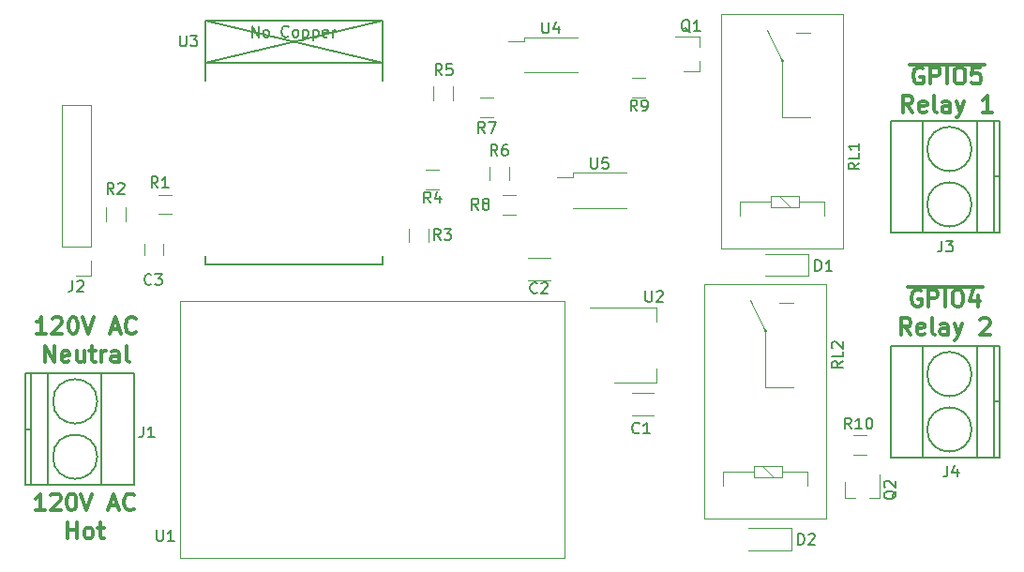
<source format=gto>
G04 #@! TF.FileFunction,Legend,Top*
%FSLAX46Y46*%
G04 Gerber Fmt 4.6, Leading zero omitted, Abs format (unit mm)*
G04 Created by KiCad (PCBNEW 4.0.6) date 04/16/17 19:40:35*
%MOMM*%
%LPD*%
G01*
G04 APERTURE LIST*
%ADD10C,0.100000*%
%ADD11C,0.300000*%
%ADD12C,0.120000*%
%ADD13C,0.152400*%
%ADD14C,0.150000*%
G04 APERTURE END LIST*
D10*
D11*
X141371914Y-102267400D02*
X141229057Y-102195971D01*
X141014771Y-102195971D01*
X140800486Y-102267400D01*
X140657628Y-102410257D01*
X140586200Y-102553114D01*
X140514771Y-102838829D01*
X140514771Y-103053114D01*
X140586200Y-103338829D01*
X140657628Y-103481686D01*
X140800486Y-103624543D01*
X141014771Y-103695971D01*
X141157628Y-103695971D01*
X141371914Y-103624543D01*
X141443343Y-103553114D01*
X141443343Y-103053114D01*
X141157628Y-103053114D01*
X142086200Y-103695971D02*
X142086200Y-102195971D01*
X142657628Y-102195971D01*
X142800486Y-102267400D01*
X142871914Y-102338829D01*
X142943343Y-102481686D01*
X142943343Y-102695971D01*
X142871914Y-102838829D01*
X142800486Y-102910257D01*
X142657628Y-102981686D01*
X142086200Y-102981686D01*
X143586200Y-103695971D02*
X143586200Y-102195971D01*
X144586200Y-102195971D02*
X144871914Y-102195971D01*
X145014772Y-102267400D01*
X145157629Y-102410257D01*
X145229057Y-102695971D01*
X145229057Y-103195971D01*
X145157629Y-103481686D01*
X145014772Y-103624543D01*
X144871914Y-103695971D01*
X144586200Y-103695971D01*
X144443343Y-103624543D01*
X144300486Y-103481686D01*
X144229057Y-103195971D01*
X144229057Y-102695971D01*
X144300486Y-102410257D01*
X144443343Y-102267400D01*
X144586200Y-102195971D01*
X146514772Y-102695971D02*
X146514772Y-103695971D01*
X146157629Y-102124543D02*
X145800486Y-103195971D01*
X146729058Y-103195971D01*
X140229057Y-101937400D02*
X146943343Y-101937400D01*
X140479058Y-106245971D02*
X139979058Y-105531686D01*
X139621915Y-106245971D02*
X139621915Y-104745971D01*
X140193343Y-104745971D01*
X140336201Y-104817400D01*
X140407629Y-104888829D01*
X140479058Y-105031686D01*
X140479058Y-105245971D01*
X140407629Y-105388829D01*
X140336201Y-105460257D01*
X140193343Y-105531686D01*
X139621915Y-105531686D01*
X141693343Y-106174543D02*
X141550486Y-106245971D01*
X141264772Y-106245971D01*
X141121915Y-106174543D01*
X141050486Y-106031686D01*
X141050486Y-105460257D01*
X141121915Y-105317400D01*
X141264772Y-105245971D01*
X141550486Y-105245971D01*
X141693343Y-105317400D01*
X141764772Y-105460257D01*
X141764772Y-105603114D01*
X141050486Y-105745971D01*
X142621915Y-106245971D02*
X142479057Y-106174543D01*
X142407629Y-106031686D01*
X142407629Y-104745971D01*
X143836200Y-106245971D02*
X143836200Y-105460257D01*
X143764771Y-105317400D01*
X143621914Y-105245971D01*
X143336200Y-105245971D01*
X143193343Y-105317400D01*
X143836200Y-106174543D02*
X143693343Y-106245971D01*
X143336200Y-106245971D01*
X143193343Y-106174543D01*
X143121914Y-106031686D01*
X143121914Y-105888829D01*
X143193343Y-105745971D01*
X143336200Y-105674543D01*
X143693343Y-105674543D01*
X143836200Y-105603114D01*
X144407629Y-105245971D02*
X144764772Y-106245971D01*
X145121914Y-105245971D02*
X144764772Y-106245971D01*
X144621914Y-106603114D01*
X144550486Y-106674543D01*
X144407629Y-106745971D01*
X146764771Y-104888829D02*
X146836200Y-104817400D01*
X146979057Y-104745971D01*
X147336200Y-104745971D01*
X147479057Y-104817400D01*
X147550486Y-104888829D01*
X147621914Y-105031686D01*
X147621914Y-105174543D01*
X147550486Y-105388829D01*
X146693343Y-106245971D01*
X147621914Y-106245971D01*
X141549714Y-82176000D02*
X141406857Y-82104571D01*
X141192571Y-82104571D01*
X140978286Y-82176000D01*
X140835428Y-82318857D01*
X140764000Y-82461714D01*
X140692571Y-82747429D01*
X140692571Y-82961714D01*
X140764000Y-83247429D01*
X140835428Y-83390286D01*
X140978286Y-83533143D01*
X141192571Y-83604571D01*
X141335428Y-83604571D01*
X141549714Y-83533143D01*
X141621143Y-83461714D01*
X141621143Y-82961714D01*
X141335428Y-82961714D01*
X142264000Y-83604571D02*
X142264000Y-82104571D01*
X142835428Y-82104571D01*
X142978286Y-82176000D01*
X143049714Y-82247429D01*
X143121143Y-82390286D01*
X143121143Y-82604571D01*
X143049714Y-82747429D01*
X142978286Y-82818857D01*
X142835428Y-82890286D01*
X142264000Y-82890286D01*
X143764000Y-83604571D02*
X143764000Y-82104571D01*
X144764000Y-82104571D02*
X145049714Y-82104571D01*
X145192572Y-82176000D01*
X145335429Y-82318857D01*
X145406857Y-82604571D01*
X145406857Y-83104571D01*
X145335429Y-83390286D01*
X145192572Y-83533143D01*
X145049714Y-83604571D01*
X144764000Y-83604571D01*
X144621143Y-83533143D01*
X144478286Y-83390286D01*
X144406857Y-83104571D01*
X144406857Y-82604571D01*
X144478286Y-82318857D01*
X144621143Y-82176000D01*
X144764000Y-82104571D01*
X146764001Y-82104571D02*
X146049715Y-82104571D01*
X145978286Y-82818857D01*
X146049715Y-82747429D01*
X146192572Y-82676000D01*
X146549715Y-82676000D01*
X146692572Y-82747429D01*
X146764001Y-82818857D01*
X146835429Y-82961714D01*
X146835429Y-83318857D01*
X146764001Y-83461714D01*
X146692572Y-83533143D01*
X146549715Y-83604571D01*
X146192572Y-83604571D01*
X146049715Y-83533143D01*
X145978286Y-83461714D01*
X140406857Y-81846000D02*
X147121143Y-81846000D01*
X140656858Y-86154571D02*
X140156858Y-85440286D01*
X139799715Y-86154571D02*
X139799715Y-84654571D01*
X140371143Y-84654571D01*
X140514001Y-84726000D01*
X140585429Y-84797429D01*
X140656858Y-84940286D01*
X140656858Y-85154571D01*
X140585429Y-85297429D01*
X140514001Y-85368857D01*
X140371143Y-85440286D01*
X139799715Y-85440286D01*
X141871143Y-86083143D02*
X141728286Y-86154571D01*
X141442572Y-86154571D01*
X141299715Y-86083143D01*
X141228286Y-85940286D01*
X141228286Y-85368857D01*
X141299715Y-85226000D01*
X141442572Y-85154571D01*
X141728286Y-85154571D01*
X141871143Y-85226000D01*
X141942572Y-85368857D01*
X141942572Y-85511714D01*
X141228286Y-85654571D01*
X142799715Y-86154571D02*
X142656857Y-86083143D01*
X142585429Y-85940286D01*
X142585429Y-84654571D01*
X144014000Y-86154571D02*
X144014000Y-85368857D01*
X143942571Y-85226000D01*
X143799714Y-85154571D01*
X143514000Y-85154571D01*
X143371143Y-85226000D01*
X144014000Y-86083143D02*
X143871143Y-86154571D01*
X143514000Y-86154571D01*
X143371143Y-86083143D01*
X143299714Y-85940286D01*
X143299714Y-85797429D01*
X143371143Y-85654571D01*
X143514000Y-85583143D01*
X143871143Y-85583143D01*
X144014000Y-85511714D01*
X144585429Y-85154571D02*
X144942572Y-86154571D01*
X145299714Y-85154571D02*
X144942572Y-86154571D01*
X144799714Y-86511714D01*
X144728286Y-86583143D01*
X144585429Y-86654571D01*
X147799714Y-86154571D02*
X146942571Y-86154571D01*
X147371143Y-86154571D02*
X147371143Y-84654571D01*
X147228286Y-84868857D01*
X147085428Y-85011714D01*
X146942571Y-85083143D01*
X62280458Y-122110971D02*
X61423315Y-122110971D01*
X61851887Y-122110971D02*
X61851887Y-120610971D01*
X61709030Y-120825257D01*
X61566172Y-120968114D01*
X61423315Y-121039543D01*
X62851886Y-120753829D02*
X62923315Y-120682400D01*
X63066172Y-120610971D01*
X63423315Y-120610971D01*
X63566172Y-120682400D01*
X63637601Y-120753829D01*
X63709029Y-120896686D01*
X63709029Y-121039543D01*
X63637601Y-121253829D01*
X62780458Y-122110971D01*
X63709029Y-122110971D01*
X64637600Y-120610971D02*
X64780457Y-120610971D01*
X64923314Y-120682400D01*
X64994743Y-120753829D01*
X65066172Y-120896686D01*
X65137600Y-121182400D01*
X65137600Y-121539543D01*
X65066172Y-121825257D01*
X64994743Y-121968114D01*
X64923314Y-122039543D01*
X64780457Y-122110971D01*
X64637600Y-122110971D01*
X64494743Y-122039543D01*
X64423314Y-121968114D01*
X64351886Y-121825257D01*
X64280457Y-121539543D01*
X64280457Y-121182400D01*
X64351886Y-120896686D01*
X64423314Y-120753829D01*
X64494743Y-120682400D01*
X64637600Y-120610971D01*
X65566171Y-120610971D02*
X66066171Y-122110971D01*
X66566171Y-120610971D01*
X68137599Y-121682400D02*
X68851885Y-121682400D01*
X67994742Y-122110971D02*
X68494742Y-120610971D01*
X68994742Y-122110971D01*
X70351885Y-121968114D02*
X70280456Y-122039543D01*
X70066170Y-122110971D01*
X69923313Y-122110971D01*
X69709028Y-122039543D01*
X69566170Y-121896686D01*
X69494742Y-121753829D01*
X69423313Y-121468114D01*
X69423313Y-121253829D01*
X69494742Y-120968114D01*
X69566170Y-120825257D01*
X69709028Y-120682400D01*
X69923313Y-120610971D01*
X70066170Y-120610971D01*
X70280456Y-120682400D01*
X70351885Y-120753829D01*
X64351886Y-124660971D02*
X64351886Y-123160971D01*
X64351886Y-123875257D02*
X65209029Y-123875257D01*
X65209029Y-124660971D02*
X65209029Y-123160971D01*
X66137601Y-124660971D02*
X65994743Y-124589543D01*
X65923315Y-124518114D01*
X65851886Y-124375257D01*
X65851886Y-123946686D01*
X65923315Y-123803829D01*
X65994743Y-123732400D01*
X66137601Y-123660971D01*
X66351886Y-123660971D01*
X66494743Y-123732400D01*
X66566172Y-123803829D01*
X66637601Y-123946686D01*
X66637601Y-124375257D01*
X66566172Y-124518114D01*
X66494743Y-124589543D01*
X66351886Y-124660971D01*
X66137601Y-124660971D01*
X67066172Y-123660971D02*
X67637601Y-123660971D01*
X67280458Y-123160971D02*
X67280458Y-124446686D01*
X67351886Y-124589543D01*
X67494744Y-124660971D01*
X67637601Y-124660971D01*
X62432858Y-106185171D02*
X61575715Y-106185171D01*
X62004287Y-106185171D02*
X62004287Y-104685171D01*
X61861430Y-104899457D01*
X61718572Y-105042314D01*
X61575715Y-105113743D01*
X63004286Y-104828029D02*
X63075715Y-104756600D01*
X63218572Y-104685171D01*
X63575715Y-104685171D01*
X63718572Y-104756600D01*
X63790001Y-104828029D01*
X63861429Y-104970886D01*
X63861429Y-105113743D01*
X63790001Y-105328029D01*
X62932858Y-106185171D01*
X63861429Y-106185171D01*
X64790000Y-104685171D02*
X64932857Y-104685171D01*
X65075714Y-104756600D01*
X65147143Y-104828029D01*
X65218572Y-104970886D01*
X65290000Y-105256600D01*
X65290000Y-105613743D01*
X65218572Y-105899457D01*
X65147143Y-106042314D01*
X65075714Y-106113743D01*
X64932857Y-106185171D01*
X64790000Y-106185171D01*
X64647143Y-106113743D01*
X64575714Y-106042314D01*
X64504286Y-105899457D01*
X64432857Y-105613743D01*
X64432857Y-105256600D01*
X64504286Y-104970886D01*
X64575714Y-104828029D01*
X64647143Y-104756600D01*
X64790000Y-104685171D01*
X65718571Y-104685171D02*
X66218571Y-106185171D01*
X66718571Y-104685171D01*
X68289999Y-105756600D02*
X69004285Y-105756600D01*
X68147142Y-106185171D02*
X68647142Y-104685171D01*
X69147142Y-106185171D01*
X70504285Y-106042314D02*
X70432856Y-106113743D01*
X70218570Y-106185171D01*
X70075713Y-106185171D01*
X69861428Y-106113743D01*
X69718570Y-105970886D01*
X69647142Y-105828029D01*
X69575713Y-105542314D01*
X69575713Y-105328029D01*
X69647142Y-105042314D01*
X69718570Y-104899457D01*
X69861428Y-104756600D01*
X70075713Y-104685171D01*
X70218570Y-104685171D01*
X70432856Y-104756600D01*
X70504285Y-104828029D01*
X62325715Y-108735171D02*
X62325715Y-107235171D01*
X63182858Y-108735171D01*
X63182858Y-107235171D01*
X64468572Y-108663743D02*
X64325715Y-108735171D01*
X64040001Y-108735171D01*
X63897144Y-108663743D01*
X63825715Y-108520886D01*
X63825715Y-107949457D01*
X63897144Y-107806600D01*
X64040001Y-107735171D01*
X64325715Y-107735171D01*
X64468572Y-107806600D01*
X64540001Y-107949457D01*
X64540001Y-108092314D01*
X63825715Y-108235171D01*
X65825715Y-107735171D02*
X65825715Y-108735171D01*
X65182858Y-107735171D02*
X65182858Y-108520886D01*
X65254286Y-108663743D01*
X65397144Y-108735171D01*
X65611429Y-108735171D01*
X65754286Y-108663743D01*
X65825715Y-108592314D01*
X66325715Y-107735171D02*
X66897144Y-107735171D01*
X66540001Y-107235171D02*
X66540001Y-108520886D01*
X66611429Y-108663743D01*
X66754287Y-108735171D01*
X66897144Y-108735171D01*
X67397144Y-108735171D02*
X67397144Y-107735171D01*
X67397144Y-108020886D02*
X67468572Y-107878029D01*
X67540001Y-107806600D01*
X67682858Y-107735171D01*
X67825715Y-107735171D01*
X68968572Y-108735171D02*
X68968572Y-107949457D01*
X68897143Y-107806600D01*
X68754286Y-107735171D01*
X68468572Y-107735171D01*
X68325715Y-107806600D01*
X68968572Y-108663743D02*
X68825715Y-108735171D01*
X68468572Y-108735171D01*
X68325715Y-108663743D01*
X68254286Y-108520886D01*
X68254286Y-108378029D01*
X68325715Y-108235171D01*
X68468572Y-108163743D01*
X68825715Y-108163743D01*
X68968572Y-108092314D01*
X69897144Y-108735171D02*
X69754286Y-108663743D01*
X69682858Y-108520886D01*
X69682858Y-107235171D01*
D12*
X105575400Y-79385200D02*
X105575400Y-79785200D01*
X105575400Y-79785200D02*
X104175400Y-79785200D01*
X105575400Y-79385200D02*
X110375400Y-79385200D01*
X105575400Y-82585200D02*
X110375400Y-82585200D01*
X109969600Y-91628000D02*
X109969600Y-92028000D01*
X109969600Y-92028000D02*
X108569600Y-92028000D01*
X109969600Y-91628000D02*
X114769600Y-91628000D01*
X109969600Y-94828000D02*
X114769600Y-94828000D01*
X117480000Y-110598000D02*
X117480000Y-109338000D01*
X117480000Y-103778000D02*
X117480000Y-105038000D01*
X113720000Y-110598000D02*
X117480000Y-110598000D01*
X111470000Y-103778000D02*
X117480000Y-103778000D01*
D13*
X76825600Y-77928000D02*
X92825600Y-77928000D01*
X92825600Y-77928000D02*
X92825600Y-83328000D01*
X76825600Y-77928000D02*
X76825600Y-83328000D01*
X76825600Y-99128000D02*
X76825600Y-99928000D01*
X76825600Y-99928000D02*
X92825600Y-99928000D01*
X92825600Y-99928000D02*
X92825600Y-99128000D01*
X92825600Y-77928000D02*
X76825600Y-81728000D01*
X76825600Y-77928000D02*
X92825600Y-81728000D01*
X76817600Y-81728000D02*
X92817600Y-81728000D01*
D12*
X117281200Y-111476600D02*
X115281200Y-111476600D01*
X115281200Y-113516600D02*
X117281200Y-113516600D01*
X105908600Y-101350000D02*
X107908600Y-101350000D01*
X107908600Y-99310000D02*
X105908600Y-99310000D01*
X72986000Y-99077400D02*
X72986000Y-98077400D01*
X71286000Y-98077400D02*
X71286000Y-99077400D01*
D14*
X61025600Y-114768000D02*
X60525600Y-114768000D01*
X67025600Y-117268000D02*
G75*
G03X67025600Y-117268000I-2000000J0D01*
G01*
X67025600Y-112268000D02*
G75*
G03X67025600Y-112268000I-2000000J0D01*
G01*
X62525600Y-109768000D02*
X62525600Y-119768000D01*
X67425600Y-109768000D02*
X67425600Y-119768000D01*
X61025600Y-109768000D02*
X61025600Y-119768000D01*
X60525600Y-109768000D02*
X60525600Y-119768000D01*
X60525600Y-119768000D02*
X70325600Y-119768000D01*
X70325600Y-119768000D02*
X70325600Y-109768000D01*
X70325600Y-109768000D02*
X60525600Y-109768000D01*
D12*
X66455600Y-98298000D02*
X66455600Y-85538000D01*
X66455600Y-85538000D02*
X63795600Y-85538000D01*
X63795600Y-85538000D02*
X63795600Y-98298000D01*
X63795600Y-98298000D02*
X66455600Y-98298000D01*
X66455600Y-99568000D02*
X66455600Y-100898000D01*
X66455600Y-100898000D02*
X65125600Y-100898000D01*
D14*
X147965600Y-91988000D02*
X148465600Y-91988000D01*
X145965600Y-89488000D02*
G75*
G03X145965600Y-89488000I-2000000J0D01*
G01*
X145965600Y-94488000D02*
G75*
G03X145965600Y-94488000I-2000000J0D01*
G01*
X146465600Y-96988000D02*
X146465600Y-86988000D01*
X141565600Y-96988000D02*
X141565600Y-86988000D01*
X147965600Y-96988000D02*
X147965600Y-86988000D01*
X148465600Y-96988000D02*
X148465600Y-86988000D01*
X148465600Y-86988000D02*
X138665600Y-86988000D01*
X138665600Y-86988000D02*
X138665600Y-96988000D01*
X138665600Y-96988000D02*
X148465600Y-96988000D01*
X147965600Y-112308000D02*
X148465600Y-112308000D01*
X145965600Y-109808000D02*
G75*
G03X145965600Y-109808000I-2000000J0D01*
G01*
X145965600Y-114808000D02*
G75*
G03X145965600Y-114808000I-2000000J0D01*
G01*
X146465600Y-117308000D02*
X146465600Y-107308000D01*
X141565600Y-117308000D02*
X141565600Y-107308000D01*
X147965600Y-117308000D02*
X147965600Y-107308000D01*
X148465600Y-117308000D02*
X148465600Y-107308000D01*
X148465600Y-107308000D02*
X138665600Y-107308000D01*
X138665600Y-107308000D02*
X138665600Y-117308000D01*
X138665600Y-117308000D02*
X148465600Y-117308000D01*
D12*
X73726600Y-95368000D02*
X72526600Y-95368000D01*
X72526600Y-93608000D02*
X73726600Y-93608000D01*
X67801600Y-95977000D02*
X67801600Y-94777000D01*
X69561600Y-94777000D02*
X69561600Y-95977000D01*
X95182800Y-97856600D02*
X95182800Y-96656600D01*
X96942800Y-96656600D02*
X96942800Y-97856600D01*
X96682000Y-91372800D02*
X97882000Y-91372800D01*
X97882000Y-93132800D02*
X96682000Y-93132800D01*
X99152600Y-83855000D02*
X99152600Y-85055000D01*
X97392600Y-85055000D02*
X97392600Y-83855000D01*
X104181800Y-91068600D02*
X104181800Y-92268600D01*
X102421800Y-92268600D02*
X102421800Y-91068600D01*
X101609600Y-84845000D02*
X102809600Y-84845000D01*
X102809600Y-86605000D02*
X101609600Y-86605000D01*
X103641600Y-93658800D02*
X104841600Y-93658800D01*
X104841600Y-95418800D02*
X103641600Y-95418800D01*
X115325600Y-83067000D02*
X116525600Y-83067000D01*
X116525600Y-84827000D02*
X115325600Y-84827000D01*
X135264600Y-115325000D02*
X136464600Y-115325000D01*
X136464600Y-117085000D02*
X135264600Y-117085000D01*
X128879600Y-81534000D02*
X127479600Y-78744000D01*
X131419600Y-78994000D02*
X130149600Y-78994000D01*
X131419600Y-86614000D02*
X128879600Y-86614000D01*
X128879600Y-86614000D02*
X128879600Y-81534000D01*
X129639600Y-94744000D02*
X128629600Y-93724000D01*
X125069600Y-94234000D02*
X125069600Y-95504000D01*
X127859600Y-94234000D02*
X125069600Y-94234000D01*
X132689600Y-94234000D02*
X130399600Y-94234000D01*
X132689600Y-95504000D02*
X132689600Y-94234000D01*
X130399600Y-94234000D02*
X130399600Y-94744000D01*
X130399600Y-94744000D02*
X127859600Y-94744000D01*
X127859600Y-94744000D02*
X127859600Y-94234000D01*
X127859600Y-94234000D02*
X127859600Y-93724000D01*
X127859600Y-93724000D02*
X130399600Y-93724000D01*
X130399600Y-93724000D02*
X130399600Y-94234000D01*
X134379600Y-98454000D02*
X134379600Y-77314000D01*
X134379600Y-77314000D02*
X123379600Y-77314000D01*
X134379600Y-98454000D02*
X123379600Y-98454000D01*
X123379600Y-98454000D02*
X123379600Y-77314000D01*
X129009600Y-81534000D02*
G75*
G03X129009600Y-81534000I-130000J0D01*
G01*
X127355600Y-105918000D02*
X125955600Y-103128000D01*
X129895600Y-103378000D02*
X128625600Y-103378000D01*
X129895600Y-110998000D02*
X127355600Y-110998000D01*
X127355600Y-110998000D02*
X127355600Y-105918000D01*
X128115600Y-119128000D02*
X127105600Y-118108000D01*
X123545600Y-118618000D02*
X123545600Y-119888000D01*
X126335600Y-118618000D02*
X123545600Y-118618000D01*
X131165600Y-118618000D02*
X128875600Y-118618000D01*
X131165600Y-119888000D02*
X131165600Y-118618000D01*
X128875600Y-118618000D02*
X128875600Y-119128000D01*
X128875600Y-119128000D02*
X126335600Y-119128000D01*
X126335600Y-119128000D02*
X126335600Y-118618000D01*
X126335600Y-118618000D02*
X126335600Y-118108000D01*
X126335600Y-118108000D02*
X128875600Y-118108000D01*
X128875600Y-118108000D02*
X128875600Y-118618000D01*
X132855600Y-122838000D02*
X132855600Y-101698000D01*
X132855600Y-101698000D02*
X121855600Y-101698000D01*
X132855600Y-122838000D02*
X121855600Y-122838000D01*
X121855600Y-122838000D02*
X121855600Y-101698000D01*
X127485600Y-105918000D02*
G75*
G03X127485600Y-105918000I-130000J0D01*
G01*
X74475600Y-126388000D02*
X74475600Y-103188000D01*
X109175600Y-103188000D02*
X109175600Y-126388000D01*
X74475600Y-103188000D02*
X109175600Y-103188000D01*
X74475600Y-126388000D02*
X109175600Y-126388000D01*
X131256600Y-100949000D02*
X131256600Y-98949000D01*
X131256600Y-98949000D02*
X127356600Y-98949000D01*
X131256600Y-100949000D02*
X127356600Y-100949000D01*
X129732600Y-125714000D02*
X129732600Y-123714000D01*
X129732600Y-123714000D02*
X125832600Y-123714000D01*
X129732600Y-125714000D02*
X125832600Y-125714000D01*
X121410000Y-82479000D02*
X121410000Y-81549000D01*
X121410000Y-79319000D02*
X121410000Y-80249000D01*
X121410000Y-79319000D02*
X119250000Y-79319000D01*
X121410000Y-82479000D02*
X119950000Y-82479000D01*
X134538600Y-121029000D02*
X135468600Y-121029000D01*
X137698600Y-121029000D02*
X136768600Y-121029000D01*
X137698600Y-121029000D02*
X137698600Y-118869000D01*
X134538600Y-121029000D02*
X134538600Y-119569000D01*
D14*
X107213495Y-78027581D02*
X107213495Y-78837105D01*
X107261114Y-78932343D01*
X107308733Y-78979962D01*
X107403971Y-79027581D01*
X107594448Y-79027581D01*
X107689686Y-78979962D01*
X107737305Y-78932343D01*
X107784924Y-78837105D01*
X107784924Y-78027581D01*
X108689686Y-78360914D02*
X108689686Y-79027581D01*
X108451590Y-77979962D02*
X108213495Y-78694248D01*
X108832543Y-78694248D01*
X111607695Y-90270381D02*
X111607695Y-91079905D01*
X111655314Y-91175143D01*
X111702933Y-91222762D01*
X111798171Y-91270381D01*
X111988648Y-91270381D01*
X112083886Y-91222762D01*
X112131505Y-91175143D01*
X112179124Y-91079905D01*
X112179124Y-90270381D01*
X113131505Y-90270381D02*
X112655314Y-90270381D01*
X112607695Y-90746571D01*
X112655314Y-90698952D01*
X112750552Y-90651333D01*
X112988648Y-90651333D01*
X113083886Y-90698952D01*
X113131505Y-90746571D01*
X113179124Y-90841810D01*
X113179124Y-91079905D01*
X113131505Y-91175143D01*
X113083886Y-91222762D01*
X112988648Y-91270381D01*
X112750552Y-91270381D01*
X112655314Y-91222762D01*
X112607695Y-91175143D01*
X116535295Y-102296981D02*
X116535295Y-103106505D01*
X116582914Y-103201743D01*
X116630533Y-103249362D01*
X116725771Y-103296981D01*
X116916248Y-103296981D01*
X117011486Y-103249362D01*
X117059105Y-103201743D01*
X117106724Y-103106505D01*
X117106724Y-102296981D01*
X117535295Y-102392219D02*
X117582914Y-102344600D01*
X117678152Y-102296981D01*
X117916248Y-102296981D01*
X118011486Y-102344600D01*
X118059105Y-102392219D01*
X118106724Y-102487457D01*
X118106724Y-102582695D01*
X118059105Y-102725552D01*
X117487676Y-103296981D01*
X118106724Y-103296981D01*
X74498295Y-79208381D02*
X74498295Y-80017905D01*
X74545914Y-80113143D01*
X74593533Y-80160762D01*
X74688771Y-80208381D01*
X74879248Y-80208381D01*
X74974486Y-80160762D01*
X75022105Y-80113143D01*
X75069724Y-80017905D01*
X75069724Y-79208381D01*
X75450676Y-79208381D02*
X76069724Y-79208381D01*
X75736390Y-79589333D01*
X75879248Y-79589333D01*
X75974486Y-79636952D01*
X76022105Y-79684571D01*
X76069724Y-79779810D01*
X76069724Y-80017905D01*
X76022105Y-80113143D01*
X75974486Y-80160762D01*
X75879248Y-80208381D01*
X75593533Y-80208381D01*
X75498295Y-80160762D01*
X75450676Y-80113143D01*
X81003314Y-79380381D02*
X81003314Y-78380381D01*
X81574743Y-79380381D01*
X81574743Y-78380381D01*
X82193790Y-79380381D02*
X82098552Y-79332762D01*
X82050933Y-79285143D01*
X82003314Y-79189905D01*
X82003314Y-78904190D01*
X82050933Y-78808952D01*
X82098552Y-78761333D01*
X82193790Y-78713714D01*
X82336648Y-78713714D01*
X82431886Y-78761333D01*
X82479505Y-78808952D01*
X82527124Y-78904190D01*
X82527124Y-79189905D01*
X82479505Y-79285143D01*
X82431886Y-79332762D01*
X82336648Y-79380381D01*
X82193790Y-79380381D01*
X84289029Y-79285143D02*
X84241410Y-79332762D01*
X84098553Y-79380381D01*
X84003315Y-79380381D01*
X83860457Y-79332762D01*
X83765219Y-79237524D01*
X83717600Y-79142286D01*
X83669981Y-78951810D01*
X83669981Y-78808952D01*
X83717600Y-78618476D01*
X83765219Y-78523238D01*
X83860457Y-78428000D01*
X84003315Y-78380381D01*
X84098553Y-78380381D01*
X84241410Y-78428000D01*
X84289029Y-78475619D01*
X84860457Y-79380381D02*
X84765219Y-79332762D01*
X84717600Y-79285143D01*
X84669981Y-79189905D01*
X84669981Y-78904190D01*
X84717600Y-78808952D01*
X84765219Y-78761333D01*
X84860457Y-78713714D01*
X85003315Y-78713714D01*
X85098553Y-78761333D01*
X85146172Y-78808952D01*
X85193791Y-78904190D01*
X85193791Y-79189905D01*
X85146172Y-79285143D01*
X85098553Y-79332762D01*
X85003315Y-79380381D01*
X84860457Y-79380381D01*
X85622362Y-78713714D02*
X85622362Y-79713714D01*
X85622362Y-78761333D02*
X85717600Y-78713714D01*
X85908077Y-78713714D01*
X86003315Y-78761333D01*
X86050934Y-78808952D01*
X86098553Y-78904190D01*
X86098553Y-79189905D01*
X86050934Y-79285143D01*
X86003315Y-79332762D01*
X85908077Y-79380381D01*
X85717600Y-79380381D01*
X85622362Y-79332762D01*
X86527124Y-78713714D02*
X86527124Y-79713714D01*
X86527124Y-78761333D02*
X86622362Y-78713714D01*
X86812839Y-78713714D01*
X86908077Y-78761333D01*
X86955696Y-78808952D01*
X87003315Y-78904190D01*
X87003315Y-79189905D01*
X86955696Y-79285143D01*
X86908077Y-79332762D01*
X86812839Y-79380381D01*
X86622362Y-79380381D01*
X86527124Y-79332762D01*
X87812839Y-79332762D02*
X87717601Y-79380381D01*
X87527124Y-79380381D01*
X87431886Y-79332762D01*
X87384267Y-79237524D01*
X87384267Y-78856571D01*
X87431886Y-78761333D01*
X87527124Y-78713714D01*
X87717601Y-78713714D01*
X87812839Y-78761333D01*
X87860458Y-78856571D01*
X87860458Y-78951810D01*
X87384267Y-79047048D01*
X88289029Y-79380381D02*
X88289029Y-78713714D01*
X88289029Y-78904190D02*
X88336648Y-78808952D01*
X88384267Y-78761333D01*
X88479505Y-78713714D01*
X88574744Y-78713714D01*
X115962134Y-115088943D02*
X115914515Y-115136562D01*
X115771658Y-115184181D01*
X115676420Y-115184181D01*
X115533562Y-115136562D01*
X115438324Y-115041324D01*
X115390705Y-114946086D01*
X115343086Y-114755610D01*
X115343086Y-114612752D01*
X115390705Y-114422276D01*
X115438324Y-114327038D01*
X115533562Y-114231800D01*
X115676420Y-114184181D01*
X115771658Y-114184181D01*
X115914515Y-114231800D01*
X115962134Y-114279419D01*
X116914515Y-115184181D02*
X116343086Y-115184181D01*
X116628800Y-115184181D02*
X116628800Y-114184181D01*
X116533562Y-114327038D01*
X116438324Y-114422276D01*
X116343086Y-114469895D01*
X106741934Y-102437143D02*
X106694315Y-102484762D01*
X106551458Y-102532381D01*
X106456220Y-102532381D01*
X106313362Y-102484762D01*
X106218124Y-102389524D01*
X106170505Y-102294286D01*
X106122886Y-102103810D01*
X106122886Y-101960952D01*
X106170505Y-101770476D01*
X106218124Y-101675238D01*
X106313362Y-101580000D01*
X106456220Y-101532381D01*
X106551458Y-101532381D01*
X106694315Y-101580000D01*
X106741934Y-101627619D01*
X107122886Y-101627619D02*
X107170505Y-101580000D01*
X107265743Y-101532381D01*
X107503839Y-101532381D01*
X107599077Y-101580000D01*
X107646696Y-101627619D01*
X107694315Y-101722857D01*
X107694315Y-101818095D01*
X107646696Y-101960952D01*
X107075267Y-102532381D01*
X107694315Y-102532381D01*
X71918534Y-101677743D02*
X71870915Y-101725362D01*
X71728058Y-101772981D01*
X71632820Y-101772981D01*
X71489962Y-101725362D01*
X71394724Y-101630124D01*
X71347105Y-101534886D01*
X71299486Y-101344410D01*
X71299486Y-101201552D01*
X71347105Y-101011076D01*
X71394724Y-100915838D01*
X71489962Y-100820600D01*
X71632820Y-100772981D01*
X71728058Y-100772981D01*
X71870915Y-100820600D01*
X71918534Y-100868219D01*
X72251867Y-100772981D02*
X72870915Y-100772981D01*
X72537581Y-101153933D01*
X72680439Y-101153933D01*
X72775677Y-101201552D01*
X72823296Y-101249171D01*
X72870915Y-101344410D01*
X72870915Y-101582505D01*
X72823296Y-101677743D01*
X72775677Y-101725362D01*
X72680439Y-101772981D01*
X72394724Y-101772981D01*
X72299486Y-101725362D01*
X72251867Y-101677743D01*
X71193067Y-114514381D02*
X71193067Y-115228667D01*
X71145447Y-115371524D01*
X71050209Y-115466762D01*
X70907352Y-115514381D01*
X70812114Y-115514381D01*
X72193067Y-115514381D02*
X71621638Y-115514381D01*
X71907352Y-115514381D02*
X71907352Y-114514381D01*
X71812114Y-114657238D01*
X71716876Y-114752476D01*
X71621638Y-114800095D01*
X64792267Y-101350381D02*
X64792267Y-102064667D01*
X64744647Y-102207524D01*
X64649409Y-102302762D01*
X64506552Y-102350381D01*
X64411314Y-102350381D01*
X65220838Y-101445619D02*
X65268457Y-101398000D01*
X65363695Y-101350381D01*
X65601791Y-101350381D01*
X65697029Y-101398000D01*
X65744648Y-101445619D01*
X65792267Y-101540857D01*
X65792267Y-101636095D01*
X65744648Y-101778952D01*
X65173219Y-102350381D01*
X65792267Y-102350381D01*
X143278267Y-97750381D02*
X143278267Y-98464667D01*
X143230647Y-98607524D01*
X143135409Y-98702762D01*
X142992552Y-98750381D01*
X142897314Y-98750381D01*
X143659219Y-97750381D02*
X144278267Y-97750381D01*
X143944933Y-98131333D01*
X144087791Y-98131333D01*
X144183029Y-98178952D01*
X144230648Y-98226571D01*
X144278267Y-98321810D01*
X144278267Y-98559905D01*
X144230648Y-98655143D01*
X144183029Y-98702762D01*
X144087791Y-98750381D01*
X143802076Y-98750381D01*
X143706838Y-98702762D01*
X143659219Y-98655143D01*
X143786267Y-118070381D02*
X143786267Y-118784667D01*
X143738647Y-118927524D01*
X143643409Y-119022762D01*
X143500552Y-119070381D01*
X143405314Y-119070381D01*
X144691029Y-118403714D02*
X144691029Y-119070381D01*
X144452933Y-118022762D02*
X144214838Y-118737048D01*
X144833886Y-118737048D01*
X72502734Y-92984581D02*
X72169400Y-92508390D01*
X71931305Y-92984581D02*
X71931305Y-91984581D01*
X72312258Y-91984581D01*
X72407496Y-92032200D01*
X72455115Y-92079819D01*
X72502734Y-92175057D01*
X72502734Y-92317914D01*
X72455115Y-92413152D01*
X72407496Y-92460771D01*
X72312258Y-92508390D01*
X71931305Y-92508390D01*
X73455115Y-92984581D02*
X72883686Y-92984581D01*
X73169400Y-92984581D02*
X73169400Y-91984581D01*
X73074162Y-92127438D01*
X72978924Y-92222676D01*
X72883686Y-92270295D01*
X68514934Y-93543381D02*
X68181600Y-93067190D01*
X67943505Y-93543381D02*
X67943505Y-92543381D01*
X68324458Y-92543381D01*
X68419696Y-92591000D01*
X68467315Y-92638619D01*
X68514934Y-92733857D01*
X68514934Y-92876714D01*
X68467315Y-92971952D01*
X68419696Y-93019571D01*
X68324458Y-93067190D01*
X67943505Y-93067190D01*
X68895886Y-92638619D02*
X68943505Y-92591000D01*
X69038743Y-92543381D01*
X69276839Y-92543381D01*
X69372077Y-92591000D01*
X69419696Y-92638619D01*
X69467315Y-92733857D01*
X69467315Y-92829095D01*
X69419696Y-92971952D01*
X68848267Y-93543381D01*
X69467315Y-93543381D01*
X98004334Y-97708981D02*
X97671000Y-97232790D01*
X97432905Y-97708981D02*
X97432905Y-96708981D01*
X97813858Y-96708981D01*
X97909096Y-96756600D01*
X97956715Y-96804219D01*
X98004334Y-96899457D01*
X98004334Y-97042314D01*
X97956715Y-97137552D01*
X97909096Y-97185171D01*
X97813858Y-97232790D01*
X97432905Y-97232790D01*
X98337667Y-96708981D02*
X98956715Y-96708981D01*
X98623381Y-97089933D01*
X98766239Y-97089933D01*
X98861477Y-97137552D01*
X98909096Y-97185171D01*
X98956715Y-97280410D01*
X98956715Y-97518505D01*
X98909096Y-97613743D01*
X98861477Y-97661362D01*
X98766239Y-97708981D01*
X98480524Y-97708981D01*
X98385286Y-97661362D01*
X98337667Y-97613743D01*
X97115334Y-94355181D02*
X96782000Y-93878990D01*
X96543905Y-94355181D02*
X96543905Y-93355181D01*
X96924858Y-93355181D01*
X97020096Y-93402800D01*
X97067715Y-93450419D01*
X97115334Y-93545657D01*
X97115334Y-93688514D01*
X97067715Y-93783752D01*
X97020096Y-93831371D01*
X96924858Y-93878990D01*
X96543905Y-93878990D01*
X97972477Y-93688514D02*
X97972477Y-94355181D01*
X97734381Y-93307562D02*
X97496286Y-94021848D01*
X98115334Y-94021848D01*
X98156734Y-82824581D02*
X97823400Y-82348390D01*
X97585305Y-82824581D02*
X97585305Y-81824581D01*
X97966258Y-81824581D01*
X98061496Y-81872200D01*
X98109115Y-81919819D01*
X98156734Y-82015057D01*
X98156734Y-82157914D01*
X98109115Y-82253152D01*
X98061496Y-82300771D01*
X97966258Y-82348390D01*
X97585305Y-82348390D01*
X99061496Y-81824581D02*
X98585305Y-81824581D01*
X98537686Y-82300771D01*
X98585305Y-82253152D01*
X98680543Y-82205533D01*
X98918639Y-82205533D01*
X99013877Y-82253152D01*
X99061496Y-82300771D01*
X99109115Y-82396010D01*
X99109115Y-82634105D01*
X99061496Y-82729343D01*
X99013877Y-82776962D01*
X98918639Y-82824581D01*
X98680543Y-82824581D01*
X98585305Y-82776962D01*
X98537686Y-82729343D01*
X103160534Y-90088981D02*
X102827200Y-89612790D01*
X102589105Y-90088981D02*
X102589105Y-89088981D01*
X102970058Y-89088981D01*
X103065296Y-89136600D01*
X103112915Y-89184219D01*
X103160534Y-89279457D01*
X103160534Y-89422314D01*
X103112915Y-89517552D01*
X103065296Y-89565171D01*
X102970058Y-89612790D01*
X102589105Y-89612790D01*
X104017677Y-89088981D02*
X103827200Y-89088981D01*
X103731962Y-89136600D01*
X103684343Y-89184219D01*
X103589105Y-89327076D01*
X103541486Y-89517552D01*
X103541486Y-89898505D01*
X103589105Y-89993743D01*
X103636724Y-90041362D01*
X103731962Y-90088981D01*
X103922439Y-90088981D01*
X104017677Y-90041362D01*
X104065296Y-89993743D01*
X104112915Y-89898505D01*
X104112915Y-89660410D01*
X104065296Y-89565171D01*
X104017677Y-89517552D01*
X103922439Y-89469933D01*
X103731962Y-89469933D01*
X103636724Y-89517552D01*
X103589105Y-89565171D01*
X103541486Y-89660410D01*
X102017534Y-88056981D02*
X101684200Y-87580790D01*
X101446105Y-88056981D02*
X101446105Y-87056981D01*
X101827058Y-87056981D01*
X101922296Y-87104600D01*
X101969915Y-87152219D01*
X102017534Y-87247457D01*
X102017534Y-87390314D01*
X101969915Y-87485552D01*
X101922296Y-87533171D01*
X101827058Y-87580790D01*
X101446105Y-87580790D01*
X102350867Y-87056981D02*
X103017534Y-87056981D01*
X102588962Y-88056981D01*
X101433334Y-94965781D02*
X101100000Y-94489590D01*
X100861905Y-94965781D02*
X100861905Y-93965781D01*
X101242858Y-93965781D01*
X101338096Y-94013400D01*
X101385715Y-94061019D01*
X101433334Y-94156257D01*
X101433334Y-94299114D01*
X101385715Y-94394352D01*
X101338096Y-94441971D01*
X101242858Y-94489590D01*
X100861905Y-94489590D01*
X102004762Y-94394352D02*
X101909524Y-94346733D01*
X101861905Y-94299114D01*
X101814286Y-94203876D01*
X101814286Y-94156257D01*
X101861905Y-94061019D01*
X101909524Y-94013400D01*
X102004762Y-93965781D01*
X102195239Y-93965781D01*
X102290477Y-94013400D01*
X102338096Y-94061019D01*
X102385715Y-94156257D01*
X102385715Y-94203876D01*
X102338096Y-94299114D01*
X102290477Y-94346733D01*
X102195239Y-94394352D01*
X102004762Y-94394352D01*
X101909524Y-94441971D01*
X101861905Y-94489590D01*
X101814286Y-94584829D01*
X101814286Y-94775305D01*
X101861905Y-94870543D01*
X101909524Y-94918162D01*
X102004762Y-94965781D01*
X102195239Y-94965781D01*
X102290477Y-94918162D01*
X102338096Y-94870543D01*
X102385715Y-94775305D01*
X102385715Y-94584829D01*
X102338096Y-94489590D01*
X102290477Y-94441971D01*
X102195239Y-94394352D01*
X115758934Y-86049381D02*
X115425600Y-85573190D01*
X115187505Y-86049381D02*
X115187505Y-85049381D01*
X115568458Y-85049381D01*
X115663696Y-85097000D01*
X115711315Y-85144619D01*
X115758934Y-85239857D01*
X115758934Y-85382714D01*
X115711315Y-85477952D01*
X115663696Y-85525571D01*
X115568458Y-85573190D01*
X115187505Y-85573190D01*
X116235124Y-86049381D02*
X116425600Y-86049381D01*
X116520839Y-86001762D01*
X116568458Y-85954143D01*
X116663696Y-85811286D01*
X116711315Y-85620810D01*
X116711315Y-85239857D01*
X116663696Y-85144619D01*
X116616077Y-85097000D01*
X116520839Y-85049381D01*
X116330362Y-85049381D01*
X116235124Y-85097000D01*
X116187505Y-85144619D01*
X116139886Y-85239857D01*
X116139886Y-85477952D01*
X116187505Y-85573190D01*
X116235124Y-85620810D01*
X116330362Y-85668429D01*
X116520839Y-85668429D01*
X116616077Y-85620810D01*
X116663696Y-85573190D01*
X116711315Y-85477952D01*
X135120143Y-114752381D02*
X134786809Y-114276190D01*
X134548714Y-114752381D02*
X134548714Y-113752381D01*
X134929667Y-113752381D01*
X135024905Y-113800000D01*
X135072524Y-113847619D01*
X135120143Y-113942857D01*
X135120143Y-114085714D01*
X135072524Y-114180952D01*
X135024905Y-114228571D01*
X134929667Y-114276190D01*
X134548714Y-114276190D01*
X136072524Y-114752381D02*
X135501095Y-114752381D01*
X135786809Y-114752381D02*
X135786809Y-113752381D01*
X135691571Y-113895238D01*
X135596333Y-113990476D01*
X135501095Y-114038095D01*
X136691571Y-113752381D02*
X136786810Y-113752381D01*
X136882048Y-113800000D01*
X136929667Y-113847619D01*
X136977286Y-113942857D01*
X137024905Y-114133333D01*
X137024905Y-114371429D01*
X136977286Y-114561905D01*
X136929667Y-114657143D01*
X136882048Y-114704762D01*
X136786810Y-114752381D01*
X136691571Y-114752381D01*
X136596333Y-114704762D01*
X136548714Y-114657143D01*
X136501095Y-114561905D01*
X136453476Y-114371429D01*
X136453476Y-114133333D01*
X136501095Y-113942857D01*
X136548714Y-113847619D01*
X136596333Y-113800000D01*
X136691571Y-113752381D01*
X135834381Y-90741428D02*
X135358190Y-91074762D01*
X135834381Y-91312857D02*
X134834381Y-91312857D01*
X134834381Y-90931904D01*
X134882000Y-90836666D01*
X134929619Y-90789047D01*
X135024857Y-90741428D01*
X135167714Y-90741428D01*
X135262952Y-90789047D01*
X135310571Y-90836666D01*
X135358190Y-90931904D01*
X135358190Y-91312857D01*
X135834381Y-89836666D02*
X135834381Y-90312857D01*
X134834381Y-90312857D01*
X135834381Y-88979523D02*
X135834381Y-89550952D01*
X135834381Y-89265238D02*
X134834381Y-89265238D01*
X134977238Y-89360476D01*
X135072476Y-89455714D01*
X135120095Y-89550952D01*
X134335781Y-108648428D02*
X133859590Y-108981762D01*
X134335781Y-109219857D02*
X133335781Y-109219857D01*
X133335781Y-108838904D01*
X133383400Y-108743666D01*
X133431019Y-108696047D01*
X133526257Y-108648428D01*
X133669114Y-108648428D01*
X133764352Y-108696047D01*
X133811971Y-108743666D01*
X133859590Y-108838904D01*
X133859590Y-109219857D01*
X134335781Y-107743666D02*
X134335781Y-108219857D01*
X133335781Y-108219857D01*
X133431019Y-107457952D02*
X133383400Y-107410333D01*
X133335781Y-107315095D01*
X133335781Y-107076999D01*
X133383400Y-106981761D01*
X133431019Y-106934142D01*
X133526257Y-106886523D01*
X133621495Y-106886523D01*
X133764352Y-106934142D01*
X134335781Y-107505571D01*
X134335781Y-106886523D01*
X72390095Y-123886981D02*
X72390095Y-124696505D01*
X72437714Y-124791743D01*
X72485333Y-124839362D01*
X72580571Y-124886981D01*
X72771048Y-124886981D01*
X72866286Y-124839362D01*
X72913905Y-124791743D01*
X72961524Y-124696505D01*
X72961524Y-123886981D01*
X73961524Y-124886981D02*
X73390095Y-124886981D01*
X73675809Y-124886981D02*
X73675809Y-123886981D01*
X73580571Y-124029838D01*
X73485333Y-124125076D01*
X73390095Y-124172695D01*
X131849905Y-100502981D02*
X131849905Y-99502981D01*
X132088000Y-99502981D01*
X132230858Y-99550600D01*
X132326096Y-99645838D01*
X132373715Y-99741076D01*
X132421334Y-99931552D01*
X132421334Y-100074410D01*
X132373715Y-100264886D01*
X132326096Y-100360124D01*
X132230858Y-100455362D01*
X132088000Y-100502981D01*
X131849905Y-100502981D01*
X133373715Y-100502981D02*
X132802286Y-100502981D01*
X133088000Y-100502981D02*
X133088000Y-99502981D01*
X132992762Y-99645838D01*
X132897524Y-99741076D01*
X132802286Y-99788695D01*
X130300505Y-125217181D02*
X130300505Y-124217181D01*
X130538600Y-124217181D01*
X130681458Y-124264800D01*
X130776696Y-124360038D01*
X130824315Y-124455276D01*
X130871934Y-124645752D01*
X130871934Y-124788610D01*
X130824315Y-124979086D01*
X130776696Y-125074324D01*
X130681458Y-125169562D01*
X130538600Y-125217181D01*
X130300505Y-125217181D01*
X131252886Y-124312419D02*
X131300505Y-124264800D01*
X131395743Y-124217181D01*
X131633839Y-124217181D01*
X131729077Y-124264800D01*
X131776696Y-124312419D01*
X131824315Y-124407657D01*
X131824315Y-124502895D01*
X131776696Y-124645752D01*
X131205267Y-125217181D01*
X131824315Y-125217181D01*
X120554762Y-78946619D02*
X120459524Y-78899000D01*
X120364286Y-78803762D01*
X120221429Y-78660905D01*
X120126190Y-78613286D01*
X120030952Y-78613286D01*
X120078571Y-78851381D02*
X119983333Y-78803762D01*
X119888095Y-78708524D01*
X119840476Y-78518048D01*
X119840476Y-78184714D01*
X119888095Y-77994238D01*
X119983333Y-77899000D01*
X120078571Y-77851381D01*
X120269048Y-77851381D01*
X120364286Y-77899000D01*
X120459524Y-77994238D01*
X120507143Y-78184714D01*
X120507143Y-78518048D01*
X120459524Y-78708524D01*
X120364286Y-78803762D01*
X120269048Y-78851381D01*
X120078571Y-78851381D01*
X121459524Y-78851381D02*
X120888095Y-78851381D01*
X121173809Y-78851381D02*
X121173809Y-77851381D01*
X121078571Y-77994238D01*
X120983333Y-78089476D01*
X120888095Y-78137095D01*
X139166219Y-120364238D02*
X139118600Y-120459476D01*
X139023362Y-120554714D01*
X138880505Y-120697571D01*
X138832886Y-120792810D01*
X138832886Y-120888048D01*
X139070981Y-120840429D02*
X139023362Y-120935667D01*
X138928124Y-121030905D01*
X138737648Y-121078524D01*
X138404314Y-121078524D01*
X138213838Y-121030905D01*
X138118600Y-120935667D01*
X138070981Y-120840429D01*
X138070981Y-120649952D01*
X138118600Y-120554714D01*
X138213838Y-120459476D01*
X138404314Y-120411857D01*
X138737648Y-120411857D01*
X138928124Y-120459476D01*
X139023362Y-120554714D01*
X139070981Y-120649952D01*
X139070981Y-120840429D01*
X138166219Y-120030905D02*
X138118600Y-119983286D01*
X138070981Y-119888048D01*
X138070981Y-119649952D01*
X138118600Y-119554714D01*
X138166219Y-119507095D01*
X138261457Y-119459476D01*
X138356695Y-119459476D01*
X138499552Y-119507095D01*
X139070981Y-120078524D01*
X139070981Y-119459476D01*
M02*

</source>
